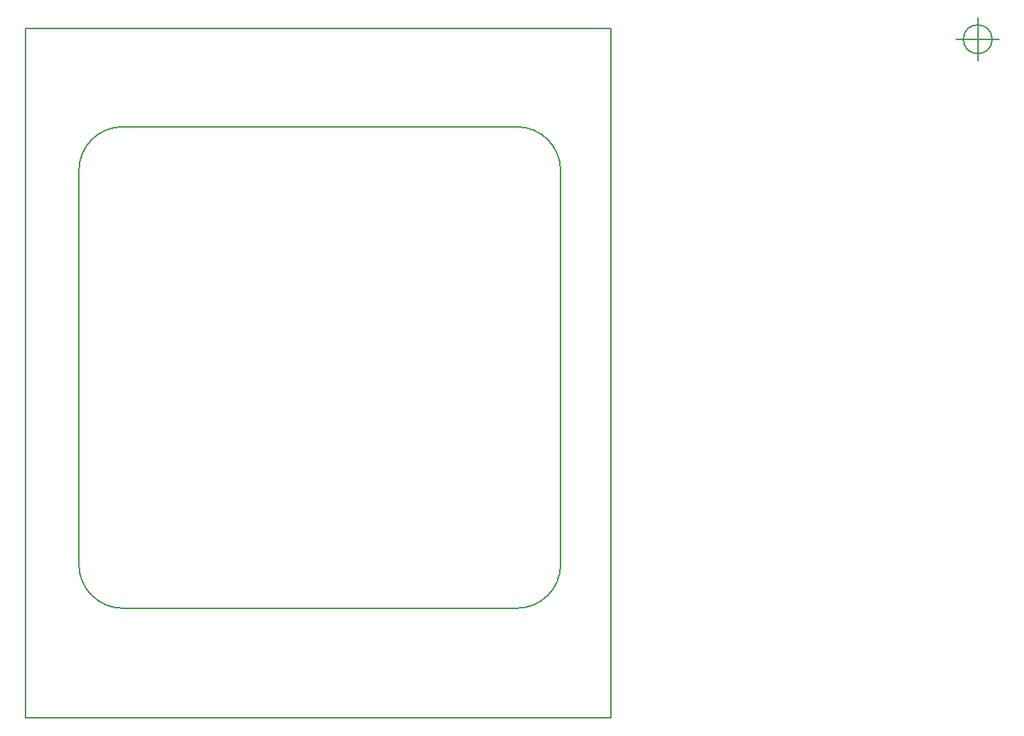
<source format=gbr>
G04 #@! TF.FileFunction,Other,Fab,Top*
%FSLAX46Y46*%
G04 Gerber Fmt 4.6, Leading zero omitted, Abs format (unit mm)*
G04 Created by KiCad (PCBNEW (2016-08-15 BZR 7057)-product) date Sun Dec 18 20:21:00 2016*
%MOMM*%
%LPD*%
G01*
G04 APERTURE LIST*
%ADD10C,0.100000*%
%ADD11C,0.150000*%
%ADD12C,0.200000*%
G04 APERTURE END LIST*
D10*
D11*
X112156666Y78740000D02*
G75*
G03X112156666Y78740000I-1666666J0D01*
G01*
X107990000Y78740000D02*
X112990000Y78740000D01*
X110490000Y81240000D02*
X110490000Y76240000D01*
D12*
X67945000Y0D02*
X0Y0D01*
X67945000Y80010000D02*
X0Y80010000D01*
X67945000Y0D02*
X67945000Y80010000D01*
X0Y80010000D02*
X0Y0D01*
D11*
X6223000Y17780000D02*
G75*
G03X11303000Y12700000I5080000J0D01*
G01*
X57023000Y12700000D02*
G75*
G03X62103000Y17780000I0J5080000D01*
G01*
X11303000Y68580000D02*
G75*
G03X6223000Y63500000I0J-5080000D01*
G01*
X62103000Y63500000D02*
G75*
G03X57023000Y68580000I-5080000J0D01*
G01*
X6223000Y17780000D02*
X6223000Y63500000D01*
X57023000Y12700000D02*
X11303000Y12700000D01*
X62103000Y63500000D02*
X62103000Y17780000D01*
X11303000Y68580000D02*
X57023000Y68580000D01*
M02*

</source>
